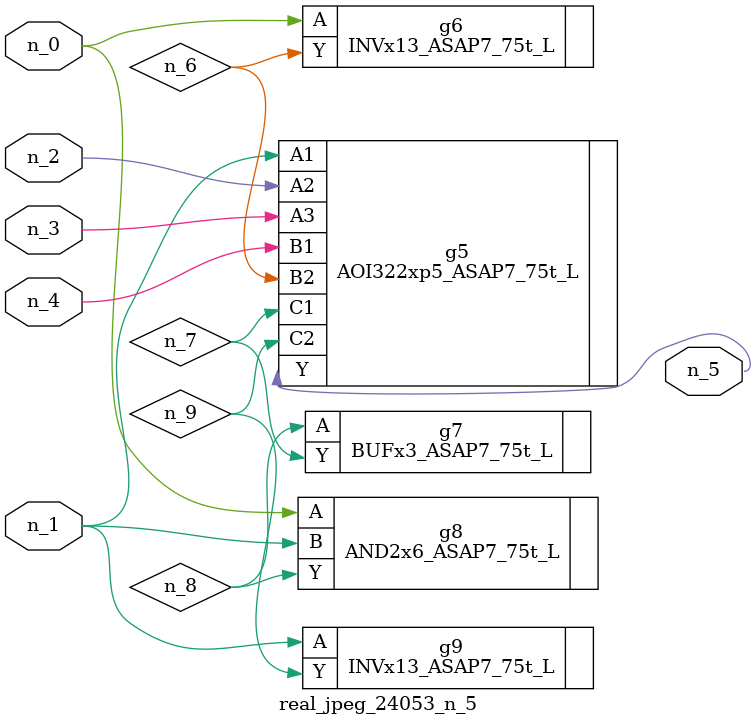
<source format=v>
module real_jpeg_24053_n_5 (n_4, n_0, n_1, n_2, n_3, n_5);

input n_4;
input n_0;
input n_1;
input n_2;
input n_3;

output n_5;

wire n_8;
wire n_6;
wire n_7;
wire n_9;

INVx13_ASAP7_75t_L g6 ( 
.A(n_0),
.Y(n_6)
);

AND2x6_ASAP7_75t_L g8 ( 
.A(n_0),
.B(n_1),
.Y(n_8)
);

AOI322xp5_ASAP7_75t_L g5 ( 
.A1(n_1),
.A2(n_2),
.A3(n_3),
.B1(n_4),
.B2(n_6),
.C1(n_7),
.C2(n_9),
.Y(n_5)
);

INVx13_ASAP7_75t_L g9 ( 
.A(n_1),
.Y(n_9)
);

BUFx3_ASAP7_75t_L g7 ( 
.A(n_8),
.Y(n_7)
);


endmodule
</source>
